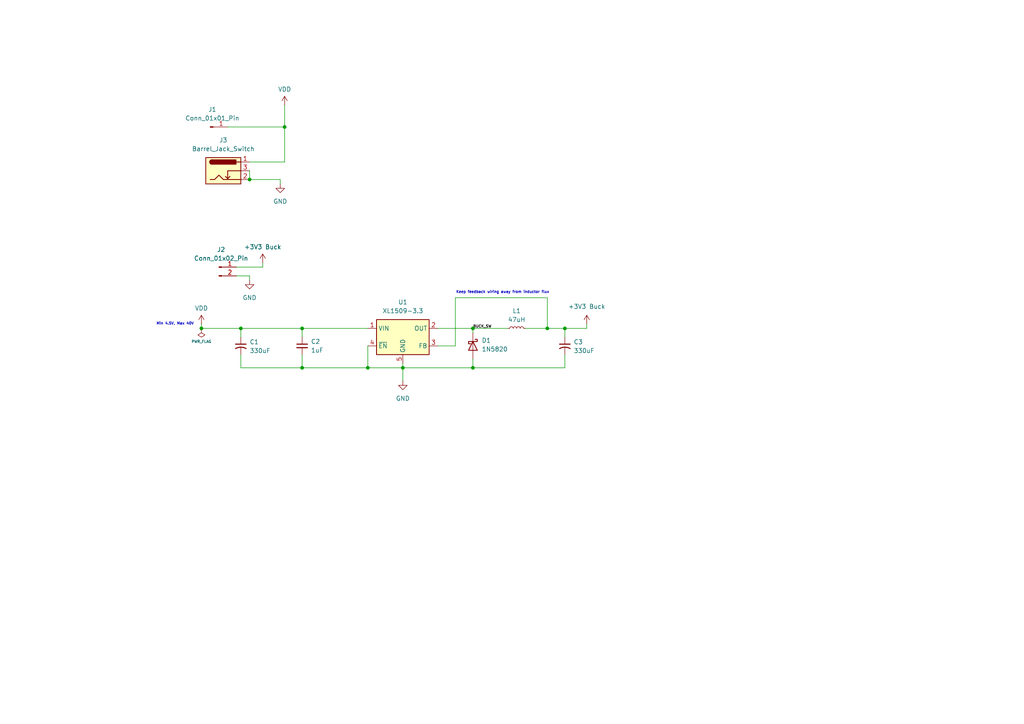
<source format=kicad_sch>
(kicad_sch (version 20250114) (generator "eeschema") (generator_version "9.0")
  (paper "A4")
  (lib_symbols
    (symbol "Connector:Barrel_Jack_Switch" (pin_names (hide yes))
      (property "Reference" "J" (at 0 5.334 0))
      (property "Value" "Barrel_Jack_Switch" (at 0 -5.08 0))
      (symbol "Barrel_Jack_Switch_0_1"
        (rectangle (start -5.08 3.81) (end 5.08 -3.81) (stroke (width 0.254)) (fill (type background)))
        (polyline (pts (xy -3.81 -2.54) (xy -2.54 -2.54) (xy -1.27 -1.27) (xy 0 -2.54) (xy 2.54 -2.54) (xy 5.08 -2.54)) (stroke (width 0.254)))
        (arc (start -3.302 1.905) (mid -3.9343 2.54) (end -3.302 3.175) (stroke (width 0.254)))
        (arc (start -3.302 1.905) (mid -3.9343 2.54) (end -3.302 3.175) (stroke (width 0.254)) (fill (type outline)))
        (polyline (pts (xy 1.27 -2.286) (xy 1.905 -1.651)) (stroke (width 0.254)))
        (rectangle (start 3.683 3.175) (end -3.302 1.905) (stroke (width 0.254)) (fill (type outline)))
        (polyline (pts (xy 5.08 2.54) (xy 3.81 2.54)) (stroke (width 0.254)))
        (polyline (pts (xy 5.08 0) (xy 1.27 0) (xy 1.27 -2.286) (xy 0.635 -1.651)) (stroke (width 0.254)))
      )
      (symbol "Barrel_Jack_Switch_1_1"
        (pin passive line (at 7.62 2.54 180) (length 2.54) (name "~") (number "1"))
        (pin passive line (at 7.62 0 180) (length 2.54) (name "~") (number "3"))
        (pin passive line (at 7.62 -2.54 180) (length 2.54) (name "~") (number "2"))
      )
    )
    (symbol "Connector:Conn_01x01_Pin" (pin_names (offset 1.016) (hide yes))
      (property "Reference" "J" (at 0 2.54 0))
      (property "Value" "Conn_01x01_Pin" (at 0 -2.54 0))
      (symbol "Conn_01x01_Pin_1_1"
        (rectangle (start 0.8636 0.127) (end 0 -0.127) (stroke (width 0.1524)) (fill (type outline)))
        (polyline (pts (xy 1.27 0) (xy 0.8636 0)) (stroke (width 0.1524)))
        (pin passive line (at 5.08 0 180) (length 3.81) (name "Pin_1") (number "1"))
      )
    )
    (symbol "Connector:Conn_01x02_Pin" (pin_names (offset 1.016) (hide yes))
      (property "Reference" "J" (at 0 2.54 0))
      (property "Value" "Conn_01x02_Pin" (at 0 -5.08 0))
      (symbol "Conn_01x02_Pin_1_1"
        (rectangle (start 0.8636 0.127) (end 0 -0.127) (stroke (width 0.1524)) (fill (type outline)))
        (rectangle (start 0.8636 -2.413) (end 0 -2.667) (stroke (width 0.1524)) (fill (type outline)))
        (polyline (pts (xy 1.27 0) (xy 0.8636 0)) (stroke (width 0.1524)))
        (polyline (pts (xy 1.27 -2.54) (xy 0.8636 -2.54)) (stroke (width 0.1524)))
        (pin passive line (at 5.08 0 180) (length 3.81) (name "Pin_1") (number "1"))
        (pin passive line (at 5.08 -2.54 180) (length 3.81) (name "Pin_2") (number "2"))
      )
    )
    (symbol "Device:C_Small" (pin_numbers (hide yes)) (pin_names (offset 0.254) (hide yes))
      (property "Reference" "C" (at 0.254 1.778 0))
      (property "Value" "C_Small" (at 0.254 -2.032 0))
      (symbol "C_Small_0_1"
        (polyline (pts (xy -1.524 0.508) (xy 1.524 0.508)) (stroke (width 0.3048)))
        (polyline (pts (xy -1.524 -0.508) (xy 1.524 -0.508)) (stroke (width 0.3302)))
      )
      (symbol "C_Small_1_1"
        (pin passive line (at 0 2.54 270) (length 2.032) (name "~") (number "1"))
        (pin passive line (at 0 -2.54 90) (length 2.032) (name "~") (number "2"))
      )
    )
    (symbol "Device:C_Small_US" (pin_numbers (hide yes)) (pin_names (offset 0.254) (hide yes))
      (property "Reference" "C" (at 0.254 1.778 0))
      (property "Value" "C_Small_US" (at 0.254 -2.032 0))
      (symbol "C_Small_US_0_1"
        (polyline (pts (xy -1.524 0.508) (xy 1.524 0.508)) (stroke (width 0.3048)))
        (arc (start -1.524 -0.762) (mid 0 -0.3734) (end 1.524 -0.762) (stroke (width 0.3048)))
      )
      (symbol "C_Small_US_1_1"
        (pin passive line (at 0 2.54 270) (length 2.032) (name "~") (number "1"))
        (pin passive line (at 0 -2.54 90) (length 2.032) (name "~") (number "2"))
      )
    )
    (symbol "Device:D_Schottky" (pin_numbers (hide yes)) (pin_names (offset 1.016) (hide yes))
      (property "Reference" "D" (at 0 2.54 0))
      (property "Value" "D_Schottky" (at 0 -2.54 0))
      (symbol "D_Schottky_0_1"
        (polyline (pts (xy -1.905 0.635) (xy -1.905 1.27) (xy -1.27 1.27) (xy -1.27 -1.27) (xy -0.635 -1.27) (xy -0.635 -0.635)) (stroke (width 0.254)))
        (polyline (pts (xy 1.27 1.27) (xy 1.27 -1.27) (xy -1.27 0) (xy 1.27 1.27)) (stroke (width 0.254)))
        (polyline (pts (xy 1.27 0) (xy -1.27 0)))
      )
      (symbol "D_Schottky_1_1"
        (pin passive line (at -3.81 0 0) (length 2.54) (name "K") (number "1"))
        (pin passive line (at 3.81 0 180) (length 2.54) (name "A") (number "2"))
      )
    )
    (symbol "Device:L_Small" (pin_numbers (hide yes)) (pin_names (offset 0.254) (hide yes))
      (property "Reference" "L" (at 0.762 1.016 0))
      (property "Value" "L_Small" (at 0.762 -1.016 0))
      (symbol "L_Small_0_1"
        (arc (start 0 2.032) (mid 0.5058 1.524) (end 0 1.016))
        (arc (start 0 1.016) (mid 0.5058 0.508) (end 0 0))
        (arc (start 0 0) (mid 0.5058 -0.508) (end 0 -1.016))
        (arc (start 0 -1.016) (mid 0.5058 -1.524) (end 0 -2.032))
      )
      (symbol "L_Small_1_1"
        (pin passive line (at 0 2.54 270) (length 0.508) (name "~") (number "1"))
        (pin passive line (at 0 -2.54 90) (length 0.508) (name "~") (number "2"))
      )
    )
    (symbol "Regulator_Switching:XL1509-3.3"
      (property "Reference" "U" (at -7.112 6.096 0))
      (property "Value" "XL1509-3.3" (at 5.842 6.096 0))
      (symbol "XL1509-3.3_0_1"
        (rectangle (start -7.62 5.08) (end 7.62 -5.08) (stroke (width 0.254)) (fill (type background)))
      )
      (symbol "XL1509-3.3_1_1"
        (pin power_in line (at -10.16 2.54 0) (length 2.54) (name "VIN") (number "1"))
        (pin input line (at -10.16 -2.54 0) (length 2.54) (name "~{EN}") (number "4"))
        (pin power_in line (at 0 -7.62 90) (length 2.54) (name "GND") (number "5"))
        (pin passive line (at 0 -7.62 90) (length 2.54) (hide yes) (name "GND") (number "6"))
        (pin passive line (at 0 -7.62 90) (length 2.54) (hide yes) (name "GND") (number "7"))
        (pin passive line (at 0 -7.62 90) (length 2.54) (hide yes) (name "GND") (number "8"))
        (pin power_out line (at 10.16 2.54 180) (length 2.54) (name "OUT") (number "2"))
        (pin input line (at 10.16 -2.54 180) (length 2.54) (name "FB") (number "3"))
      )
    )
    (symbol "power:+3.3V" (power) (pin_numbers (hide yes)) (pin_names (offset 0) (hide yes))
      (property "Value" "+3.3V" (at 0 3.556 0))
      (symbol "+3.3V_0_1"
        (polyline (pts (xy -0.762 1.27) (xy 0 2.54)))
        (polyline (pts (xy 0 2.54) (xy 0.762 1.27)))
        (polyline (pts (xy 0 0) (xy 0 2.54)))
      )
      (symbol "+3.3V_1_1"
        (pin power_in line (at 0 0 90) (length 0) (name "~") (number "1"))
      )
    )
    (symbol "power:+3V3" (power) (pin_numbers (hide yes)) (pin_names (offset 0) (hide yes))
      (property "Value" "+3V3" (at 0 3.556 0))
      (symbol "+3V3_0_1"
        (polyline (pts (xy -0.762 1.27) (xy 0 2.54)))
        (polyline (pts (xy 0 2.54) (xy 0.762 1.27)))
        (polyline (pts (xy 0 0) (xy 0 2.54)))
      )
      (symbol "+3V3_1_1"
        (pin power_in line (at 0 0 90) (length 0) (name "~") (number "1"))
      )
    )
    (symbol "power:GND" (power) (pin_numbers (hide yes)) (pin_names (offset 0) (hide yes))
      (property "Value" "GND" (at 0 -3.81 0))
      (symbol "GND_0_1"
        (polyline (pts (xy 0 0) (xy 0 -1.27) (xy 1.27 -1.27) (xy 0 -2.54) (xy -1.27 -1.27) (xy 0 -1.27)))
      )
      (symbol "GND_1_1"
        (pin power_in line (at 0 0 270) (length 0) (name "~") (number "1"))
      )
    )
    (symbol "power:PWR_FLAG" (power) (pin_numbers (hide yes)) (pin_names (offset 0) (hide yes))
      (property "Value" "PWR_FLAG" (at 0 3.81 0))
      (symbol "PWR_FLAG_0_0"
        (pin power_out line (at 0 0 90) (length 0) (name "~") (number "1"))
      )
      (symbol "PWR_FLAG_0_1"
        (polyline (pts (xy 0 0) (xy 0 1.27) (xy -1.016 1.905) (xy 0 2.54) (xy 1.016 1.905) (xy 0 1.27)))
      )
    )
  )
  (text "Keep feedback wiring away from inductor flux" (at 145.796 84.836 0) (effects (font (size 0.762 0.762))))
  (text "Min 4.5V, Max 40V" (at 50.8 93.98 0) (effects (font (size 0.762 0.762))))
  (junction (at 87.63 95.25))
  (junction (at 137.16 95.25))
  (junction (at 116.84 106.68))
  (junction (at 163.83 95.25))
  (junction (at 69.85 95.25))
  (junction (at 82.55 36.83))
  (junction (at 72.39 52.07))
  (junction (at 158.75 95.25))
  (junction (at 58.42 95.25))
  (junction (at 87.63 106.68))
  (junction (at 137.16 106.68))
  (junction (at 106.68 106.68))
  (wire (pts (xy 66.04 36.83) (xy 82.55 36.83)))
  (wire (pts (xy 137.16 104.14) (xy 137.16 106.68)))
  (wire (pts (xy 72.39 46.99) (xy 82.55 46.99)))
  (wire (pts (xy 69.85 95.25) (xy 87.63 95.25)))
  (wire (pts (xy 69.85 95.25) (xy 69.85 97.79)))
  (wire (pts (xy 58.42 95.25) (xy 58.42 93.98)))
  (wire (pts (xy 87.63 106.68) (xy 69.85 106.68)))
  (wire (pts (xy 116.84 106.68) (xy 116.84 110.49)))
  (wire (pts (xy 87.63 102.87) (xy 87.63 106.68)))
  (wire (pts (xy 72.39 52.07) (xy 81.28 52.07)))
  (wire (pts (xy 106.68 106.68) (xy 87.63 106.68)))
  (wire (pts (xy 158.75 86.36) (xy 132.08 86.36)))
  (wire (pts (xy 152.4 95.25) (xy 158.75 95.25)))
  (wire (pts (xy 132.08 100.33) (xy 127 100.33)))
  (wire (pts (xy 132.08 86.36) (xy 132.08 100.33)))
  (wire (pts (xy 163.83 106.68) (xy 137.16 106.68)))
  (wire (pts (xy 137.16 106.68) (xy 116.84 106.68)))
  (wire (pts (xy 163.83 102.87) (xy 163.83 106.68)))
  (wire (pts (xy 163.83 95.25) (xy 163.83 97.79)))
  (wire (pts (xy 127 95.25) (xy 137.16 95.25)))
  (wire (pts (xy 72.39 80.01) (xy 72.39 81.28)))
  (wire (pts (xy 87.63 95.25) (xy 106.68 95.25)))
  (wire (pts (xy 106.68 100.33) (xy 106.68 106.68)))
  (wire (pts (xy 87.63 97.79) (xy 87.63 95.25)))
  (wire (pts (xy 69.85 95.25) (xy 58.42 95.25)))
  (wire (pts (xy 116.84 106.68) (xy 106.68 106.68)))
  (wire (pts (xy 158.75 95.25) (xy 163.83 95.25)))
  (wire (pts (xy 82.55 30.48) (xy 82.55 36.83)))
  (wire (pts (xy 82.55 36.83) (xy 82.55 46.99)))
  (wire (pts (xy 163.83 95.25) (xy 170.18 95.25)))
  (wire (pts (xy 76.2 77.47) (xy 76.2 76.2)))
  (wire (pts (xy 158.75 95.25) (xy 158.75 86.36)))
  (wire (pts (xy 68.58 80.01) (xy 72.39 80.01)))
  (wire (pts (xy 69.85 106.68) (xy 69.85 102.87)))
  (wire (pts (xy 72.39 49.53) (xy 72.39 52.07)))
  (wire (pts (xy 116.84 105.41) (xy 116.84 106.68)))
  (wire (pts (xy 81.28 52.07) (xy 81.28 53.34)))
  (wire (pts (xy 137.16 95.25) (xy 137.16 96.52)))
  (wire (pts (xy 68.58 77.47) (xy 76.2 77.47)))
  (wire (pts (xy 137.16 95.25) (xy 147.32 95.25)))
  (wire (pts (xy 170.18 95.25) (xy 170.18 93.98)))
  (label "BUCK_SW" (at 137.16 95.25 0) (effects (font (size 0.762 0.762))))
  (symbol (lib_id "power:GND") (at 116.84 110.49 0) (unit 1)
    (property "Reference" "#PWR01" (effects (hide yes)))
    (property "Value" "GND" (at 116.84 115.57 0))
    (property "Description" "Power symbol creates a global label with name \"GND\" , ground" (effects (hide yes)))
  )
  (symbol (lib_id "Connector:Conn_01x01_Pin") (at 60.96 36.83 0) (unit 1)
    (property "Reference" "J1" (at 61.595 31.75 0))
    (property "Value" "Conn_01x01_Pin" (at 61.595 34.29 0))
    (property "Footprint" "Connector_PinHeader_2.54mm:PinHeader_1x01_P2.54mm_Vertical" (effects (hide yes)))
    (property "Description" "Generic connector, single row, 01x01, script generated" (effects (hide yes)))
  )
  (symbol (lib_id "power:+3.3V") (at 58.42 93.98 0) (unit 1)
    (property "Reference" "#PWR02" (effects (hide yes)))
    (property "Value" "VDD" (at 58.42 89.408 0))
    (property "Description" "Power symbol creates a global label with name \"+3.3V\"" (effects (hide yes)))
  )
  (symbol (lib_id "Connector:Conn_01x02_Pin") (at 63.5 77.47 0) (unit 1)
    (property "Reference" "J2" (at 64.135 72.39 0))
    (property "Value" "Conn_01x02_Pin" (at 64.135 74.93 0))
    (property "Footprint" "Connector_PinHeader_2.54mm:PinHeader_1x02_P2.54mm_Vertical" (effects (hide yes)))
    (property "Description" "Generic connector, single row, 01x02, script generated" (effects (hide yes)))
  )
  (symbol (lib_id "Connector:Barrel_Jack_Switch") (at 64.77 49.53 0) (unit 1)
    (property "Reference" "J3" (at 64.77 40.64 0))
    (property "Value" "Barrel_Jack_Switch" (at 64.77 43.18 0))
    (property "Footprint" "Connector_BarrelJack:BarrelJack_CUI_PJ-102AH_Horizontal" (effects (hide yes)))
    (property "Description" "DC Barrel Jack with an internal switch" (effects (hide yes)))
    (property "JLC" "C3096093" (effects (hide yes)))
  )
  (symbol (lib_id "Regulator_Switching:XL1509-3.3") (at 116.84 97.79 0) (unit 1)
    (property "Reference" "U1" (at 116.84 87.63 0))
    (property "Value" "XL1509-3.3" (at 116.84 90.17 0))
    (property "Footprint" "Package_SO:SOIC-8_3.9x4.9mm_P1.27mm" (effects (hide yes)))
    (property "Datasheet" "https://datasheet.lcsc.com/lcsc/1809050422_XLSEMI-XL1509-5-0E1_C61063.pdf" (effects (hide yes)))
    (property "Description" "Buck DC/DC Converter, 2A, 3.3V Output Voltage, 4.5-40V Input Voltage" (effects (hide yes)))
  )
  (symbol (lib_id "Device:L_Small") (at 149.86 95.25 90) (unit 1)
    (property "Reference" "L1" (at 149.86 90.17 90))
    (property "Value" "47uH" (at 149.86 92.71 90))
    (property "Footprint" "project_footprints:INDM3225X240N" (effects (hide yes)))
    (property "Datasheet" "https://www.tdk-electronics.tdk.com/inf/30/db/ind_2008/b82422h.pdf" (effects (hide yes)))
    (property "Description" "Inductor, small symbol" (effects (hide yes)))
  )
  (symbol (lib_id "power:GND") (at 81.28 53.34 0) (unit 1)
    (property "Reference" "#PWR06" (effects (hide yes)))
    (property "Value" "GND" (at 81.28 58.42 0))
    (property "Description" "Power symbol creates a global label with name \"GND\" , ground" (effects (hide yes)))
  )
  (symbol (lib_id "power:PWR_FLAG") (at 58.42 95.25 180) (unit 1)
    (property "Reference" "#FLG01" (effects (hide yes)))
    (property "Value" "PWR_FLAG" (at 58.42 99.06 0) (effects (font (size 0.762 0.762))))
    (property "Description" "Special symbol for telling ERC where power comes from" (effects (hide yes)))
  )
  (symbol (lib_id "Device:C_Small_US") (at 163.83 100.33 0) (unit 1)
    (property "Reference" "C3" (at 166.37 99.1869 0) (effects (justify left)))
    (property "Value" "330uF" (at 166.37 101.7269 0) (effects (justify left)))
    (property "Footprint" "Capacitor_THT:CP_Radial_D10.0mm_P5.00mm" (effects (hide yes)))
    (property "Datasheet" "https://www.nichicon.co.jp/english/series_items/catalog_pdf/e-uwt.pdf" (effects (hide yes)))
    (property "Description" "C45107" (effects (hide yes)))
  )
  (symbol (lib_id "power:+3.3V") (at 76.2 76.2 0) (unit 1)
    (property "Reference" "#PWR05" (effects (hide yes)))
    (property "Value" "+3V3 Buck" (at 76.2 71.628 0))
    (property "Description" "Power symbol creates a global label with name \"+3.3V\"" (effects (hide yes)))
  )
  (symbol (lib_id "power:+3V3") (at 170.18 93.98 0) (unit 1)
    (property "Reference" "#PWR03" (effects (hide yes)))
    (property "Value" "+3V3 Buck" (at 170.18 88.9 0))
    (property "Description" "Power symbol creates a global label with name \"+3V3\"" (effects (hide yes)))
  )
  (symbol (lib_id "power:GND") (at 72.39 81.28 0) (unit 1)
    (property "Reference" "#PWR07" (effects (hide yes)))
    (property "Value" "GND" (at 72.39 86.36 0))
    (property "Description" "Power symbol creates a global label with name \"GND\" , ground" (effects (hide yes)))
  )
  (symbol (lib_id "Device:C_Small_US") (at 69.85 100.33 0) (unit 1)
    (property "Reference" "C1" (at 72.39 99.1869 0) (effects (justify left)))
    (property "Value" "330uF" (at 72.39 101.7269 0) (effects (justify left)))
    (property "Footprint" "Capacitor_THT:CP_Radial_D10.0mm_P5.00mm" (effects (hide yes)))
    (property "Datasheet" "https://www.nichicon.co.jp/english/series_items/catalog_pdf/e-uwt.pdf" (effects (hide yes)))
    (property "Description" "C45107" (effects (hide yes)))
  )
  (symbol (lib_id "Device:D_Schottky") (at 137.16 100.33 270) (unit 1)
    (property "Reference" "D1" (at 139.7 98.7424 90) (effects (justify left)))
    (property "Value" "1N5820" (at 139.7 101.2824 90) (effects (justify left)))
    (property "Footprint" "Diode_THT:D_DO-201AD_P12.70mm_Horizontal" (effects (hide yes)))
    (property "Datasheet" "https://www.st.com/content/ccc/resource/technical/document/datasheet/d8/3f/72/85/bc/90/4e/f7/CD00001626.pdf/files/CD00001626.pdf/jcr:content/translations/en.CD00001626.pdf" (effects (hide yes)))
    (property "Description" "Schottky diode" (effects (hide yes)))
  )
  (symbol (lib_id "Device:C_Small") (at 87.63 100.33 0) (unit 1)
    (property "Reference" "C2" (at 90.17 99.0662 0) (effects (justify left)))
    (property "Value" "1uF" (at 90.17 101.6062 0) (effects (justify left)))
    (property "Footprint" "Capacitor_SMD:C_0603_1608Metric_Pad1.08x0.95mm_HandSolder" (effects (hide yes)))
    (property "Description" "Unpolarized capacitor, small symbol" (effects (hide yes)))
  )
  (symbol (lib_id "power:+3.3V") (at 82.55 30.48 0) (unit 1)
    (property "Reference" "#PWR08" (effects (hide yes)))
    (property "Value" "VDD" (at 82.55 25.908 0))
    (property "Description" "Power symbol creates a global label with name \"+3.3V\"" (effects (hide yes)))
  )
)
</source>
